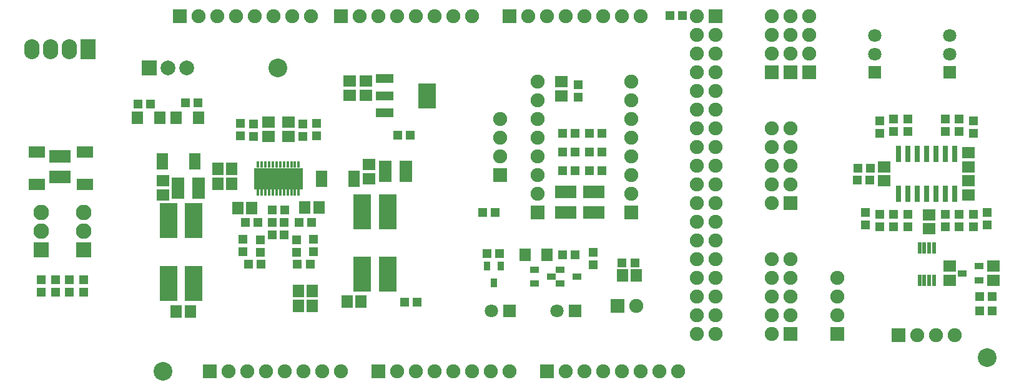
<source format=gbr>
G04 DipTrace 2.4.0.2*
%INTopMask.gbr*%
%MOIN*%
%ADD33C,0.1*%
%ADD37R,0.0709X0.0709*%
%ADD38C,0.0709*%
%ADD46R,0.0748X0.0748*%
%ADD47C,0.0748*%
%ADD64R,0.071X0.1143*%
%ADD66R,0.2611X0.1119*%
%ADD68R,0.0178X0.0356*%
%ADD70R,0.0237X0.0631*%
%ADD72R,0.0316X0.0867*%
%ADD74R,0.0926X0.136*%
%ADD76R,0.0926X0.0454*%
%ADD79C,0.0828*%
%ADD80R,0.0828X0.0828*%
%ADD81R,0.0493X0.0336*%
%ADD83R,0.0336X0.0493*%
%ADD85O,0.0828X0.1064*%
%ADD87R,0.0828X0.1064*%
%ADD91C,0.0789*%
%ADD92R,0.0789X0.0789*%
%ADD94C,0.058*%
%ADD96R,0.0907X0.0631*%
%ADD98R,0.0631X0.071*%
%ADD100R,0.0631X0.0907*%
%ADD102R,0.1143X0.071*%
%ADD104R,0.0592X0.0671*%
%ADD106R,0.0926X0.1852*%
%ADD108R,0.0671X0.0592*%
%ADD110R,0.0513X0.0474*%
%ADD112R,0.0474X0.0513*%
%FSLAX44Y44*%
G04*
G70*
G90*
G75*
G01*
%LNTopMask*%
%LPD*%
D112*
X12751Y8063D3*
Y7394D3*
D110*
X13711Y6729D3*
X13042D3*
D108*
X15197Y13583D3*
Y14331D3*
D106*
X10126Y9063D3*
X8776D3*
Y5717D3*
X10126D3*
X19127Y6188D3*
X20477D3*
Y9535D3*
X19127D3*
D104*
X16457Y5315D3*
X15709D3*
X16457Y4488D3*
X15709D3*
D108*
X18440Y15778D3*
Y16526D3*
X19316Y15779D3*
Y16528D3*
D112*
X46750Y8750D3*
Y9419D3*
D108*
X52812Y5875D3*
Y6623D3*
D112*
X47500Y14500D3*
Y13831D3*
X51750Y8750D3*
Y9419D3*
X51000Y14500D3*
Y13831D3*
D108*
X49375Y8625D3*
Y9373D3*
X50500Y5875D3*
Y6623D3*
X51500Y12687D3*
Y11939D3*
Y11187D3*
Y10439D3*
X47000Y11187D3*
Y11936D3*
X29750Y15750D3*
Y16498D3*
D102*
X31500Y9500D3*
Y10602D3*
X30000Y9500D3*
Y10602D3*
X3000Y12500D3*
Y11398D3*
D104*
X33002Y6125D3*
X33750D3*
D100*
X16939Y11314D3*
X18672D3*
D98*
X7126Y14564D3*
X8307D3*
X9188D3*
X10370D3*
X29000Y7250D3*
X27819D3*
D96*
X1750Y12750D3*
Y11018D3*
X4312Y12750D3*
Y11018D3*
D110*
X22062Y4687D3*
X21393D3*
X52750Y4250D3*
X52081D3*
X25562Y9500D3*
X26232D3*
D33*
X14625Y17250D3*
D94*
D3*
D33*
X8500Y1000D3*
D94*
D3*
D33*
X52500Y1750D3*
D94*
D3*
D46*
X11000Y1000D3*
D47*
X12000D3*
X13000D3*
X14000D3*
X15000D3*
X16000D3*
X17000D3*
X18000D3*
D46*
X9400Y20000D3*
D47*
X10400D3*
X11400D3*
X12400D3*
X13400D3*
X14400D3*
X15400D3*
X16400D3*
D46*
X38000D3*
D47*
X37000D3*
X38000Y19000D3*
X37000D3*
X38000Y18000D3*
X37000D3*
X38000Y17000D3*
X37000D3*
X38000Y16000D3*
X37000D3*
X38000Y15000D3*
X37000D3*
X38000Y14000D3*
X37000D3*
X38000Y13000D3*
X37000D3*
X38000Y12000D3*
X37000D3*
X38000Y11000D3*
X37000D3*
X38000Y10000D3*
X37000D3*
X38000Y9000D3*
X37000D3*
X38000Y8000D3*
X37000D3*
X38000Y7000D3*
X37000D3*
X38000Y6000D3*
X37000D3*
X38000Y5000D3*
X37000D3*
X38000Y4000D3*
X37000D3*
X38000Y3000D3*
X37000D3*
D46*
X20000Y1000D3*
D47*
X21000D3*
X22000D3*
X23000D3*
X24000D3*
X25000D3*
X26000D3*
X27000D3*
D46*
X18000Y20000D3*
D47*
X19000D3*
X20000D3*
X21000D3*
X22000D3*
X23000D3*
X24000D3*
X25000D3*
D46*
X42000Y10000D3*
D47*
X41000D3*
X42000Y11000D3*
X41000D3*
X42000Y12000D3*
X41000D3*
X42000Y13000D3*
X41000D3*
X42000Y14000D3*
X41000D3*
D46*
X29000Y1000D3*
D47*
X30000D3*
X31000D3*
X32000D3*
X33000D3*
X34000D3*
X35000D3*
X36000D3*
D46*
X27000Y20000D3*
D47*
X28000D3*
X29000D3*
X30000D3*
X31000D3*
X32000D3*
X33000D3*
X34000D3*
D46*
X42000Y3000D3*
D47*
X41000D3*
X42000Y4000D3*
X41000D3*
X42000Y5000D3*
X41000D3*
X42000Y6000D3*
X41000D3*
X42000Y7000D3*
X41000D3*
D46*
X44500Y3000D3*
D47*
Y4000D3*
Y5000D3*
Y6000D3*
D46*
X41000Y17000D3*
D47*
Y18000D3*
Y19000D3*
Y20000D3*
D46*
X42000Y17000D3*
D47*
Y18000D3*
Y19000D3*
Y20000D3*
D46*
X43000Y17000D3*
D47*
Y18000D3*
Y19000D3*
Y20000D3*
D92*
X7750Y17250D3*
D91*
X8750D3*
X9750D3*
D37*
X46500Y17000D3*
D38*
Y17984D3*
Y18969D3*
D37*
X50500Y17000D3*
D38*
Y17984D3*
Y18969D3*
D46*
X47750Y2937D3*
D47*
X48750D3*
X49750D3*
X50750D3*
D46*
X26500Y11500D3*
D47*
Y12500D3*
Y13500D3*
Y14500D3*
D46*
X33500Y9500D3*
D47*
Y10500D3*
Y11500D3*
Y12500D3*
Y13500D3*
Y14500D3*
Y15500D3*
Y16500D3*
D46*
X28500Y9500D3*
D47*
Y10500D3*
Y11500D3*
Y12500D3*
Y13500D3*
Y14500D3*
Y15500D3*
Y16500D3*
D37*
X26995Y4243D3*
D38*
X26011D3*
D37*
X30500Y4250D3*
D38*
X29516D3*
D87*
X4500Y18250D3*
D85*
X3500D3*
X2500D3*
X1500D3*
D46*
X32750Y4500D3*
D47*
X33750D3*
D83*
X26517Y6642D3*
X25769D3*
X26143Y5736D3*
D81*
X29691Y6438D3*
Y5690D3*
X30596Y6064D3*
X28304Y6451D3*
Y5703D3*
X29209Y6077D3*
D80*
X2000Y7500D3*
D79*
Y8500D3*
Y9500D3*
D80*
X4250Y7500D3*
D79*
Y8500D3*
Y9500D3*
D110*
X35544Y20024D3*
X36213D3*
D112*
X13689Y7376D3*
Y8045D3*
X15947Y13583D3*
Y14252D3*
D110*
X16417Y8976D3*
X15748D3*
X7813Y15314D3*
X7144D3*
X9689Y15377D3*
X10358D3*
X52081Y5000D3*
X52750D3*
D112*
X47500Y8750D3*
Y9419D3*
X46000Y9500D3*
Y8831D3*
X46750Y13750D3*
Y14419D3*
X48250Y8750D3*
Y9419D3*
Y14500D3*
Y13831D3*
X51000Y8750D3*
Y9419D3*
X52500Y9498D3*
Y8829D3*
X51750Y13750D3*
Y14419D3*
X50250Y8750D3*
Y9419D3*
Y14500D3*
Y13831D3*
D110*
X46250Y11875D3*
X45581D3*
X45562Y11250D3*
X46232D3*
D112*
X30665Y16335D3*
Y15665D3*
D110*
X30500Y11750D3*
X29831D3*
X30500Y12750D3*
X29831D3*
X30500Y13750D3*
X29831D3*
X31250Y11750D3*
X31919D3*
X31250Y12750D3*
X31919D3*
X31250Y13750D3*
X31919D3*
X30500Y7250D3*
X29831D3*
D112*
X31441Y7357D3*
Y6688D3*
D110*
X26440Y7313D3*
X25771D3*
D112*
X2000Y5250D3*
Y5919D3*
X4250Y5250D3*
Y5919D3*
D110*
X33000Y6812D3*
X33669D3*
D112*
X2750Y5250D3*
Y5919D3*
X3500Y5250D3*
Y5919D3*
D76*
X20315Y16654D3*
Y15748D3*
Y14843D3*
D74*
X22598Y15748D3*
D81*
X52062Y5875D3*
Y6623D3*
X51157Y6249D3*
D72*
X47750Y10500D3*
X48250D3*
X48750D3*
X49250D3*
X49750D3*
X50250D3*
X50750D3*
Y12626D3*
X50250D3*
X49750D3*
X49250D3*
X48750D3*
X48250D3*
X47750D3*
D70*
X48875Y5875D3*
X49131D3*
X49387D3*
X49643D3*
Y7607D3*
X49387D3*
X49131D3*
X48875D3*
D68*
X13564Y10564D3*
X13761D3*
X13958D3*
X14154D3*
X14351D3*
X14548D3*
X14745D3*
X14942D3*
X15139D3*
X15336D3*
X15532D3*
X15729D3*
Y12060D3*
X15532D3*
X15336D3*
X15139D3*
X14942D3*
X14745D3*
X14548D3*
X14351D3*
X14154D3*
X13958D3*
X13761D3*
X13564D3*
D66*
X14647Y11312D3*
D112*
X13322Y13583D3*
Y14252D3*
D108*
X14134Y13583D3*
Y14331D3*
D110*
X12874Y8976D3*
X13543D3*
D112*
X16502Y8063D3*
Y7394D3*
D110*
X15667Y6729D3*
X16336D3*
D112*
X15627Y7376D3*
Y8045D3*
D104*
X19065Y4750D3*
X18316D3*
X9188Y4188D3*
X9936D3*
D112*
X16697Y14270D3*
Y13601D3*
X12634Y14270D3*
Y13601D3*
D108*
X8500Y11187D3*
Y10439D3*
X19500Y12062D3*
Y11314D3*
D112*
X14939Y8313D3*
Y8983D3*
X14314Y8313D3*
Y8983D3*
D110*
Y9626D3*
X14983D3*
D100*
X10187Y12250D3*
X8455D3*
D104*
X11417Y11024D3*
X12165D3*
X11417Y11850D3*
X12165D3*
X13228Y9724D3*
X12480D3*
X16063Y9764D3*
X16811D3*
D64*
X10375Y10812D3*
X9273D3*
X21437Y11688D3*
X20335D3*
D110*
X21688Y13625D3*
X21018D3*
M02*

</source>
